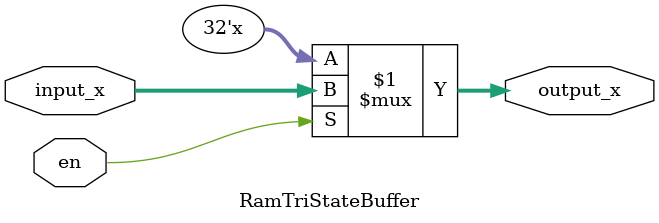
<source format=v>
module RamTriStateBuffer(input_x, en, output_x);

input [31:0] input_x;
input en;

output [31:0]output_x;

//assign output_x[31:0] = en? input_x[31:0] : 'bz;

assign output_x = en ? input_x: 32'bz;

endmodule

</source>
